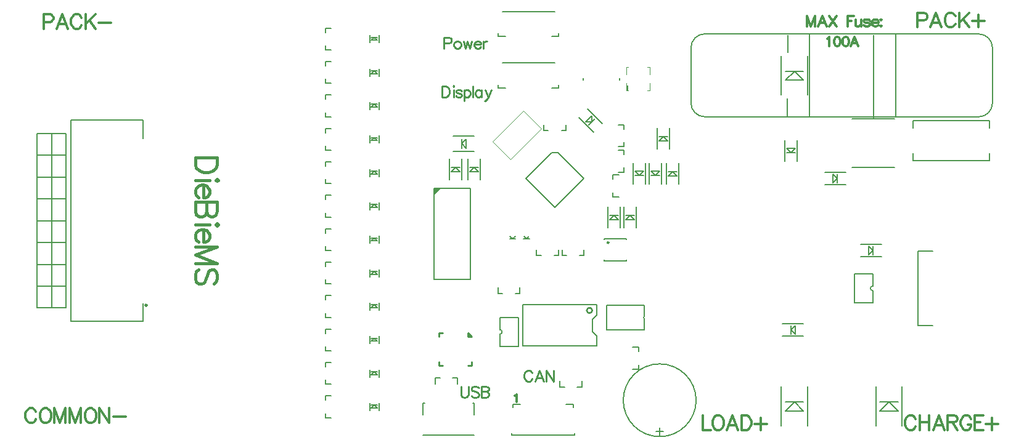
<source format=gto>
G04 Layer_Color=65535*
%FSAX24Y24*%
%MOIN*%
G70*
G01*
G75*
%ADD74C,0.0079*%
%ADD75C,0.0157*%
%ADD77C,0.0118*%
%ADD96C,0.0079*%
%ADD97C,0.0100*%
%ADD98C,0.0059*%
%ADD99C,0.0110*%
%ADD100C,0.0039*%
G36*
X279173Y190394D02*
Y190709D01*
X279488D01*
X279173Y190394D01*
D02*
G37*
D74*
X293032Y195354D02*
G03*
X293779Y194606I000744J-000004D01*
G01*
X308583D02*
G03*
X309331Y195354I000004J000744D01*
G01*
X309331Y198347D02*
G03*
X308583Y199094I-000744J000004D01*
G01*
X293779Y199094D02*
G03*
X293032Y198346I-000004J-000744D01*
G01*
X302862Y185440D02*
G03*
X302862Y185190I000000J-000125D01*
G01*
X282689Y182828D02*
G03*
X282689Y183078I000000J000125D01*
G01*
X293307Y179252D02*
G03*
X293307Y179252I-001969J000000D01*
G01*
X301748Y194514D02*
X304032D01*
X301748Y191864D02*
X304032D01*
X257677Y193701D02*
X259252D01*
Y184252D02*
Y193701D01*
X257677Y184252D02*
X259252D01*
X257677D02*
Y193701D01*
Y185433D02*
X259252D01*
X257677Y186614D02*
X259252D01*
X257677Y187795D02*
X259252D01*
X257677Y188976D02*
X259252D01*
X257677Y190157D02*
X259252D01*
X257677Y191339D02*
X259252D01*
X257677Y192520D02*
X259252D01*
X258465Y184252D02*
Y193701D01*
X297677Y194606D02*
X308583D01*
X293779D02*
X297677D01*
X293032Y195354D02*
Y198346D01*
X309331Y195354D02*
Y198346D01*
X293779Y199094D02*
X308583D01*
X298268Y198110D02*
Y199016D01*
X298228Y194606D02*
Y195591D01*
X304094Y194606D02*
Y199094D01*
X302913Y194528D02*
Y199016D01*
X299449Y194606D02*
Y199094D01*
X285945Y179961D02*
X286201D01*
X286870D02*
X287126D01*
X285945D02*
Y180295D01*
X287126Y179961D02*
Y180295D01*
X301862Y186102D02*
X302862D01*
X301862Y184528D02*
Y186102D01*
Y184528D02*
X302862D01*
Y185190D01*
Y185440D02*
Y186102D01*
X280138Y180472D02*
X280394D01*
X279213D02*
X279468D01*
X280394Y180138D02*
Y180472D01*
X279213Y180138D02*
Y180472D01*
X283996Y188130D02*
X284134Y187992D01*
X284272Y188130D01*
X283976Y187992D02*
X284291D01*
X302862Y187126D02*
Y187598D01*
X302626D02*
X302862Y187362D01*
X302626Y187126D02*
X302862Y187362D01*
X302626Y187126D02*
Y187598D01*
X302193Y187028D02*
X303327D01*
X302193Y187697D02*
X303327D01*
X282689Y182165D02*
X283689D01*
Y183740D01*
X282689D02*
X283689D01*
X282689Y183078D02*
Y183740D01*
Y182165D02*
Y182828D01*
X305315Y187323D02*
X306102D01*
X305315Y183307D02*
Y187323D01*
Y183307D02*
X306102D01*
X303032Y177874D02*
Y180000D01*
X304449Y177874D02*
Y180000D01*
X303248Y178669D02*
X304232D01*
X303740Y179161D02*
X304232Y178669D01*
X303248D02*
X303740Y179161D01*
X303248D02*
X304232D01*
X297913Y177874D02*
Y180000D01*
X299331Y177874D02*
Y180000D01*
X298130Y178669D02*
X299114D01*
X298622Y179161D02*
X299114Y178669D01*
X298130D02*
X298622Y179161D01*
X298130D02*
X299114D01*
X300933Y191024D02*
Y191496D01*
X300697D02*
X300933Y191260D01*
X300697Y191024D02*
X300933Y191260D01*
X300697Y191024D02*
Y191496D01*
X300264Y190925D02*
X301398D01*
X300264Y191594D02*
X301398D01*
X287507Y194167D02*
X287841Y194501D01*
X287674Y194334D02*
Y194668D01*
X287340Y194334D02*
X287674D01*
X287340D02*
X287674Y194668D01*
X286964Y194571D02*
X287765Y193769D01*
X287437Y195044D02*
X288239Y194242D01*
X298189Y192650D02*
X298661D01*
X298425Y192650D02*
X298661Y192886D01*
X298189D02*
X298425Y192650D01*
X298189Y192886D02*
X298661D01*
X298091Y192185D02*
Y193319D01*
X298760Y192185D02*
Y193319D01*
X290000Y191429D02*
X290472D01*
X290236Y191429D02*
X290472Y191665D01*
X290000D02*
X290236Y191429D01*
X290000Y191665D02*
X290472D01*
X289902Y190965D02*
Y192098D01*
X290571Y190965D02*
Y192098D01*
X291299Y193531D02*
X291772D01*
X291299Y193295D02*
X291535Y193531D01*
X291772Y193295D01*
X291299D02*
X291772D01*
X291870Y192862D02*
Y193996D01*
X291201Y192862D02*
Y193996D01*
X289488Y189280D02*
X289961D01*
X289488Y189043D02*
X289724Y189280D01*
X289961Y189043D01*
X289488D02*
X289961D01*
X290059Y188610D02*
Y189744D01*
X289390Y188610D02*
Y189744D01*
X291811Y191642D02*
X292283D01*
X291811Y191406D02*
X292047Y191642D01*
X292283Y191406D01*
X291811D02*
X292283D01*
X292382Y190972D02*
Y192106D01*
X291713Y190972D02*
Y192106D01*
X298437Y182835D02*
Y183307D01*
X298437Y183071D02*
X298673Y182835D01*
X298437Y183071D02*
X298673Y183307D01*
Y182835D02*
Y183307D01*
X297972Y183406D02*
X299106D01*
X297972Y182736D02*
X299106D01*
X288622Y189280D02*
X289094D01*
X288622Y189043D02*
X288858Y189280D01*
X289094Y189043D01*
X288622D02*
X289094D01*
X289193Y188610D02*
Y189744D01*
X288524Y188610D02*
Y189744D01*
X290866Y191429D02*
X291339D01*
X291102Y191429D02*
X291339Y191665D01*
X290866D02*
X291102Y191429D01*
X290866Y191665D02*
X291339D01*
X290768Y190965D02*
Y192098D01*
X291437Y190965D02*
Y192098D01*
X280177Y192736D02*
X281311D01*
X280177Y193563D02*
X281311D01*
X280878Y192913D02*
Y193386D01*
X280642Y193150D02*
X280878Y193386D01*
X280642Y193150D02*
X280878Y192913D01*
X280642D02*
Y193386D01*
X281063Y191878D02*
X281535D01*
X281063Y191642D02*
X281299Y191878D01*
X281535Y191642D01*
X281063D02*
X281535D01*
X281634Y191209D02*
Y192343D01*
X280965Y191209D02*
Y192343D01*
X280079Y191878D02*
X280551D01*
X280079Y191642D02*
X280315Y191878D01*
X280551Y191642D01*
X280079D02*
X280551D01*
X280650Y191209D02*
Y192343D01*
X279980Y191209D02*
Y192343D01*
X275748Y178835D02*
X276063D01*
X275748D02*
X275906Y178992D01*
X276063Y178835D01*
X275728Y178992D02*
X276083D01*
X275657Y178701D02*
Y179094D01*
X276154Y178701D02*
Y179094D01*
X275748Y180646D02*
X276063D01*
X275748D02*
X275906Y180803D01*
X276063Y180646D01*
X275728Y180803D02*
X276083D01*
X275657Y180512D02*
Y180906D01*
X276154Y180512D02*
Y180906D01*
X275748Y182457D02*
X276063D01*
X275748D02*
X275906Y182614D01*
X276063Y182457D01*
X275728Y182614D02*
X276083D01*
X275657Y182323D02*
Y182717D01*
X276154Y182323D02*
Y182717D01*
X275748Y184268D02*
X276063D01*
X275748D02*
X275906Y184425D01*
X276063Y184268D01*
X275728Y184425D02*
X276083D01*
X275657Y184134D02*
Y184528D01*
X276154Y184134D02*
Y184528D01*
X275748Y186079D02*
X276063D01*
X275748D02*
X275906Y186236D01*
X276063Y186079D01*
X275728Y186236D02*
X276083D01*
X275657Y185945D02*
Y186339D01*
X276154Y185945D02*
Y186339D01*
X275748Y187890D02*
X276063D01*
X275748D02*
X275906Y188047D01*
X276063Y187890D01*
X275728Y188047D02*
X276083D01*
X275657Y187756D02*
Y188150D01*
X276154Y187756D02*
Y188150D01*
X275748Y189701D02*
X276063D01*
X275748D02*
X275906Y189858D01*
X276063Y189701D01*
X275728Y189858D02*
X276083D01*
X275657Y189567D02*
Y189961D01*
X276154Y189567D02*
Y189961D01*
X275748Y191512D02*
X276063D01*
X275748D02*
X275906Y191669D01*
X276063Y191512D01*
X275728Y191669D02*
X276083D01*
X275657Y191378D02*
Y191772D01*
X276154Y191378D02*
Y191772D01*
X275748Y193323D02*
X276063D01*
X275748D02*
X275906Y193480D01*
X276063Y193323D01*
X275728Y193480D02*
X276083D01*
X275657Y193189D02*
Y193583D01*
X276154Y193189D02*
Y193583D01*
X275748Y195134D02*
X276063D01*
X275748D02*
X275906Y195291D01*
X276063Y195134D01*
X275728Y195291D02*
X276083D01*
X275657Y195000D02*
Y195394D01*
X276154Y195000D02*
Y195394D01*
X275748Y196945D02*
X276063D01*
X275748D02*
X275906Y197102D01*
X276063Y196945D01*
X275728Y197102D02*
X276083D01*
X275657Y196811D02*
Y197205D01*
X276154Y196811D02*
Y197205D01*
X275748Y198756D02*
X276063D01*
X275748D02*
X275906Y198913D01*
X276063Y198756D01*
X275728Y198913D02*
X276083D01*
X275657Y198622D02*
Y199016D01*
X276154Y198622D02*
Y199016D01*
X283248Y188130D02*
X283386Y187992D01*
X283524Y188130D01*
X283228Y187992D02*
X283543D01*
X297913Y195787D02*
Y197913D01*
X299331Y195787D02*
Y197913D01*
X298130Y196583D02*
X299114D01*
X298622Y197075D02*
X299114Y196583D01*
X298130D02*
X298622Y197075D01*
X298130D02*
X299114D01*
X285504Y192670D02*
X285835D01*
X287245Y191260D01*
X285669Y189684D02*
X287245Y191260D01*
X284094D02*
X285669Y189684D01*
X284094Y191260D02*
X285504Y192670D01*
X283925Y184429D02*
X287925D01*
X283925Y182185D02*
Y184429D01*
Y182185D02*
X287925D01*
X287701Y182970D02*
Y183644D01*
X287925Y183868D01*
Y184429D01*
X287701Y182970D02*
X287925Y182746D01*
Y182185D02*
Y182746D01*
X289528Y186811D02*
Y186850D01*
X288346Y186811D02*
X289528D01*
X288346D02*
Y186850D01*
X289528Y187953D02*
Y187992D01*
X288346D02*
X289528D01*
X288346Y187953D02*
Y187992D01*
X278543Y177362D02*
X281299D01*
Y178465D02*
Y179094D01*
X281220D02*
X281299D01*
X278543D02*
X278622D01*
X278543Y178465D02*
Y179094D01*
X283406Y178858D02*
Y179016D01*
X283799D01*
X286673Y178858D02*
Y179016D01*
X286280D02*
X286673D01*
X283346Y177362D02*
Y177480D01*
Y177362D02*
X286732D01*
Y177480D01*
X259492Y183524D02*
X263390D01*
X259492D02*
Y194429D01*
X263390D01*
Y183524D02*
Y184508D01*
Y193445D02*
Y194429D01*
X285886Y196181D02*
Y196339D01*
X285492Y196181D02*
X285886D01*
X282618D02*
Y196339D01*
Y196181D02*
X283012D01*
X282835Y197520D02*
X285669D01*
X285886Y198976D02*
Y199134D01*
X285492Y198976D02*
X285886D01*
X282618D02*
Y199134D01*
Y198976D02*
X283012D01*
X282835Y200315D02*
X285669D01*
X289173Y196594D02*
Y196713D01*
X287205Y196594D02*
Y196713D01*
X273268Y179252D02*
Y179488D01*
Y178307D02*
Y178543D01*
Y179488D02*
X273583D01*
X273268Y178307D02*
X273583D01*
X273268Y181063D02*
Y181299D01*
Y180118D02*
Y180354D01*
Y181299D02*
X273583D01*
X273268Y180118D02*
X273583D01*
X273268Y182874D02*
Y183110D01*
Y181929D02*
Y182165D01*
Y183110D02*
X273583D01*
X273268Y181929D02*
X273583D01*
X273268Y184685D02*
Y184921D01*
Y183740D02*
Y183976D01*
Y184921D02*
X273583D01*
X273268Y183740D02*
X273583D01*
X273268Y186496D02*
Y186732D01*
Y185551D02*
Y185787D01*
Y186732D02*
X273583D01*
X273268Y185551D02*
X273583D01*
X273268Y188307D02*
Y188543D01*
Y187362D02*
Y187598D01*
Y188543D02*
X273583D01*
X273268Y187362D02*
X273583D01*
X273268Y190118D02*
Y190354D01*
Y189173D02*
Y189409D01*
Y190354D02*
X273583D01*
X273268Y189173D02*
X273583D01*
X273268Y191929D02*
Y192165D01*
Y190984D02*
Y191220D01*
Y192165D02*
X273583D01*
X273268Y190984D02*
X273583D01*
X273268Y193740D02*
Y193976D01*
Y192795D02*
Y193032D01*
Y193976D02*
X273583D01*
X273268Y192795D02*
X273583D01*
X273268Y195551D02*
Y195787D01*
Y194606D02*
Y194843D01*
Y195787D02*
X273583D01*
X273268Y194606D02*
X273583D01*
X273268Y197362D02*
Y197598D01*
Y196417D02*
Y196654D01*
Y197598D02*
X273583D01*
X273268Y196417D02*
X273583D01*
X273268Y199173D02*
Y199409D01*
Y198228D02*
Y198465D01*
Y199409D02*
X273583D01*
X273268Y198228D02*
X273583D01*
X289409Y192992D02*
Y193228D01*
Y193937D02*
Y194173D01*
X289094Y192992D02*
X289409D01*
X289094Y194173D02*
X289409D01*
Y191614D02*
Y191850D01*
Y192559D02*
Y192795D01*
X289094Y191614D02*
X289409D01*
X289094Y192795D02*
X289409D01*
X285079Y193858D02*
X285315D01*
X286024D02*
X286260D01*
X285079D02*
Y194173D01*
X286260Y193858D02*
Y194173D01*
X288819Y191220D02*
Y191457D01*
Y190276D02*
Y190512D01*
Y191457D02*
X289134D01*
X288819Y190276D02*
X289134D01*
X282598Y185039D02*
X282835D01*
X283543D02*
X283780D01*
X282598D02*
Y185354D01*
X283780Y185039D02*
Y185354D01*
X290197Y180945D02*
Y181181D01*
Y181890D02*
Y182126D01*
X289882Y180945D02*
X290197D01*
X289882Y182126D02*
X290197D01*
X284685Y187087D02*
X284921D01*
X285630D02*
X285866D01*
X284685D02*
Y187402D01*
X285866Y187087D02*
Y187402D01*
X286063Y187087D02*
X286299D01*
X287008D02*
X287244D01*
X286063D02*
Y187402D01*
X287244Y187087D02*
Y187402D01*
X309154Y192224D02*
Y192618D01*
X305020Y192224D02*
X309154D01*
X305020D02*
Y192618D01*
Y193996D02*
Y194390D01*
X309154Y193996D02*
Y194390D01*
X305020D02*
X309154D01*
X281102Y185807D02*
Y190728D01*
X279134Y185807D02*
X281102D01*
X279134D02*
Y190728D01*
X280443D01*
X280433D02*
X281102D01*
X291339Y177382D02*
Y177776D01*
X291142Y177579D02*
X291535D01*
D75*
X267401Y192402D02*
X266220D01*
X267401D02*
Y192008D01*
X267345Y191839D01*
X267233Y191727D01*
X267120Y191671D01*
X266951Y191614D01*
X266670D01*
X266502Y191671D01*
X266389Y191727D01*
X266277Y191839D01*
X266220Y192008D01*
Y192402D01*
X267401Y191238D02*
X267345Y191181D01*
X267401Y191125D01*
X267458Y191181D01*
X267401Y191238D01*
X267008Y191181D02*
X266220D01*
X266670Y190917D02*
Y190242D01*
X266783D01*
X266895Y190299D01*
X266951Y190355D01*
X267008Y190467D01*
Y190636D01*
X266951Y190748D01*
X266839Y190861D01*
X266670Y190917D01*
X266558D01*
X266389Y190861D01*
X266277Y190748D01*
X266220Y190636D01*
Y190467D01*
X266277Y190355D01*
X266389Y190242D01*
X267401Y189989D02*
X266220D01*
X267401D02*
Y189483D01*
X267345Y189314D01*
X267289Y189258D01*
X267176Y189202D01*
X267064D01*
X266951Y189258D01*
X266895Y189314D01*
X266839Y189483D01*
Y189989D02*
Y189483D01*
X266783Y189314D01*
X266727Y189258D01*
X266614Y189202D01*
X266445D01*
X266333Y189258D01*
X266277Y189314D01*
X266220Y189483D01*
Y189989D01*
X267401Y188825D02*
X267345Y188769D01*
X267401Y188713D01*
X267458Y188769D01*
X267401Y188825D01*
X267008Y188769D02*
X266220D01*
X266670Y188505D02*
Y187830D01*
X266783D01*
X266895Y187886D01*
X266951Y187942D01*
X267008Y188055D01*
Y188224D01*
X266951Y188336D01*
X266839Y188449D01*
X266670Y188505D01*
X266558D01*
X266389Y188449D01*
X266277Y188336D01*
X266220Y188224D01*
Y188055D01*
X266277Y187942D01*
X266389Y187830D01*
X267401Y187577D02*
X266220D01*
X267401D02*
X266220Y187127D01*
X267401Y186677D02*
X266220Y187127D01*
X267401Y186677D02*
X266220D01*
X267233Y185553D02*
X267345Y185665D01*
X267401Y185834D01*
Y186059D01*
X267345Y186227D01*
X267233Y186340D01*
X267120D01*
X267008Y186284D01*
X266951Y186227D01*
X266895Y186115D01*
X266783Y185778D01*
X266727Y185665D01*
X266670Y185609D01*
X266558Y185553D01*
X266389D01*
X266277Y185665D01*
X266220Y185834D01*
Y186059D01*
X266277Y186227D01*
X266389Y186340D01*
D77*
X283504Y179492D02*
X283541Y179511D01*
X283598Y179567D01*
Y179173D01*
X305169Y178238D02*
X305131Y178313D01*
X305056Y178388D01*
X304981Y178425D01*
X304831D01*
X304756Y178388D01*
X304681Y178313D01*
X304644Y178238D01*
X304606Y178125D01*
Y177938D01*
X304644Y177825D01*
X304681Y177750D01*
X304756Y177675D01*
X304831Y177638D01*
X304981D01*
X305056Y177675D01*
X305131Y177750D01*
X305169Y177825D01*
X305390Y178425D02*
Y177638D01*
X305915Y178425D02*
Y177638D01*
X305390Y178050D02*
X305915D01*
X306732Y177638D02*
X306432Y178425D01*
X306132Y177638D01*
X306244Y177900D02*
X306619D01*
X306916Y178425D02*
Y177638D01*
Y178425D02*
X307253D01*
X307365Y178388D01*
X307403Y178350D01*
X307440Y178275D01*
Y178200D01*
X307403Y178125D01*
X307365Y178088D01*
X307253Y178050D01*
X306916D01*
X307178D02*
X307440Y177638D01*
X308179Y178238D02*
X308141Y178313D01*
X308066Y178388D01*
X307991Y178425D01*
X307841D01*
X307766Y178388D01*
X307692Y178313D01*
X307654Y178238D01*
X307617Y178125D01*
Y177938D01*
X307654Y177825D01*
X307692Y177750D01*
X307766Y177675D01*
X307841Y177638D01*
X307991D01*
X308066Y177675D01*
X308141Y177750D01*
X308179Y177825D01*
Y177938D01*
X307991D02*
X308179D01*
X308846Y178425D02*
X308359D01*
Y177638D01*
X308846D01*
X308359Y178050D02*
X308659D01*
X309315Y178313D02*
Y177638D01*
X308977Y177975D02*
X309652D01*
X293661Y178425D02*
Y177638D01*
X294111D01*
X294422Y178425D02*
X294347Y178388D01*
X294272Y178313D01*
X294235Y178238D01*
X294197Y178125D01*
Y177938D01*
X294235Y177825D01*
X294272Y177750D01*
X294347Y177675D01*
X294422Y177638D01*
X294572D01*
X294647Y177675D01*
X294722Y177750D01*
X294760Y177825D01*
X294797Y177938D01*
Y178125D01*
X294760Y178238D01*
X294722Y178313D01*
X294647Y178388D01*
X294572Y178425D01*
X294422D01*
X295581Y177638D02*
X295281Y178425D01*
X294981Y177638D01*
X295093Y177900D02*
X295468D01*
X295764Y178425D02*
Y177638D01*
Y178425D02*
X296027D01*
X296139Y178388D01*
X296214Y178313D01*
X296252Y178238D01*
X296289Y178125D01*
Y177938D01*
X296252Y177825D01*
X296214Y177750D01*
X296139Y177675D01*
X296027Y177638D01*
X295764D01*
X296803Y178313D02*
Y177638D01*
X296465Y177975D02*
X297140D01*
X257610Y178631D02*
X257572Y178706D01*
X257497Y178781D01*
X257422Y178819D01*
X257272D01*
X257197Y178781D01*
X257122Y178706D01*
X257085Y178631D01*
X257047Y178519D01*
Y178331D01*
X257085Y178219D01*
X257122Y178144D01*
X257197Y178069D01*
X257272Y178032D01*
X257422D01*
X257497Y178069D01*
X257572Y178144D01*
X257610Y178219D01*
X258056Y178819D02*
X257981Y178781D01*
X257906Y178706D01*
X257868Y178631D01*
X257831Y178519D01*
Y178331D01*
X257868Y178219D01*
X257906Y178144D01*
X257981Y178069D01*
X258056Y178032D01*
X258206D01*
X258281Y178069D01*
X258356Y178144D01*
X258393Y178219D01*
X258431Y178331D01*
Y178519D01*
X258393Y178631D01*
X258356Y178706D01*
X258281Y178781D01*
X258206Y178819D01*
X258056D01*
X258614D02*
Y178032D01*
Y178819D02*
X258914Y178032D01*
X259214Y178819D02*
X258914Y178032D01*
X259214Y178819D02*
Y178032D01*
X259439Y178819D02*
Y178032D01*
Y178819D02*
X259739Y178032D01*
X260039Y178819D02*
X259739Y178032D01*
X260039Y178819D02*
Y178032D01*
X260489Y178819D02*
X260414Y178781D01*
X260339Y178706D01*
X260301Y178631D01*
X260264Y178519D01*
Y178331D01*
X260301Y178219D01*
X260339Y178144D01*
X260414Y178069D01*
X260489Y178032D01*
X260639D01*
X260714Y178069D01*
X260788Y178144D01*
X260826Y178219D01*
X260863Y178331D01*
Y178519D01*
X260826Y178631D01*
X260788Y178706D01*
X260714Y178781D01*
X260639Y178819D01*
X260489D01*
X261047D02*
Y178032D01*
Y178819D02*
X261572Y178032D01*
Y178819D02*
Y178032D01*
X261789Y178369D02*
X262464D01*
X305276Y199824D02*
X305613D01*
X305725Y199861D01*
X305763Y199899D01*
X305800Y199974D01*
Y200086D01*
X305763Y200161D01*
X305725Y200199D01*
X305613Y200236D01*
X305276D01*
Y199449D01*
X306576D02*
X306276Y200236D01*
X305977Y199449D01*
X306089Y199711D02*
X306464D01*
X307322Y200049D02*
X307285Y200124D01*
X307210Y200199D01*
X307135Y200236D01*
X306985D01*
X306910Y200199D01*
X306835Y200124D01*
X306798Y200049D01*
X306760Y199936D01*
Y199749D01*
X306798Y199636D01*
X306835Y199561D01*
X306910Y199486D01*
X306985Y199449D01*
X307135D01*
X307210Y199486D01*
X307285Y199561D01*
X307322Y199636D01*
X307544Y200236D02*
Y199449D01*
X308068Y200236D02*
X307544Y199711D01*
X307731Y199899D02*
X308068Y199449D01*
X308582Y200124D02*
Y199449D01*
X308245Y199786D02*
X308919D01*
X258032Y199745D02*
X258369D01*
X258481Y199782D01*
X258519Y199820D01*
X258556Y199895D01*
Y200007D01*
X258519Y200082D01*
X258481Y200120D01*
X258369Y200157D01*
X258032D01*
Y199370D01*
X259332D02*
X259032Y200157D01*
X258733Y199370D01*
X258845Y199632D02*
X259220D01*
X260078Y199970D02*
X260041Y200045D01*
X259966Y200120D01*
X259891Y200157D01*
X259741D01*
X259666Y200120D01*
X259591Y200045D01*
X259553Y199970D01*
X259516Y199857D01*
Y199670D01*
X259553Y199558D01*
X259591Y199483D01*
X259666Y199408D01*
X259741Y199370D01*
X259891D01*
X259966Y199408D01*
X260041Y199483D01*
X260078Y199558D01*
X260299Y200157D02*
Y199370D01*
X260824Y200157D02*
X260299Y199632D01*
X260487Y199820D02*
X260824Y199370D01*
X261000Y199707D02*
X261675D01*
X299291Y200079D02*
Y199488D01*
Y200079D02*
X299516Y199488D01*
X299741Y200079D02*
X299516Y199488D01*
X299741Y200079D02*
Y199488D01*
X300360D02*
X300135Y200079D01*
X299910Y199488D01*
X299994Y199685D02*
X300275D01*
X300497Y200079D02*
X300891Y199488D01*
Y200079D02*
X300497Y199488D01*
X301487Y200079D02*
Y199488D01*
Y200079D02*
X301853D01*
X301487Y199797D02*
X301712D01*
X301920Y199882D02*
Y199601D01*
X301948Y199516D01*
X302004Y199488D01*
X302089D01*
X302145Y199516D01*
X302229Y199601D01*
Y199882D02*
Y199488D01*
X302693Y199797D02*
X302665Y199854D01*
X302581Y199882D01*
X302496D01*
X302412Y199854D01*
X302384Y199797D01*
X302412Y199741D01*
X302468Y199713D01*
X302609Y199685D01*
X302665Y199657D01*
X302693Y199601D01*
Y199573D01*
X302665Y199516D01*
X302581Y199488D01*
X302496D01*
X302412Y199516D01*
X302384Y199573D01*
X302817Y199713D02*
X303154D01*
Y199769D01*
X303126Y199826D01*
X303098Y199854D01*
X303042Y199882D01*
X302958D01*
X302901Y199854D01*
X302845Y199797D01*
X302817Y199713D01*
Y199657D01*
X302845Y199573D01*
X302901Y199516D01*
X302958Y199488D01*
X303042D01*
X303098Y199516D01*
X303154Y199573D01*
X303309Y199882D02*
X303281Y199854D01*
X303309Y199826D01*
X303337Y199854D01*
X303309Y199882D01*
Y199544D02*
X303281Y199516D01*
X303309Y199488D01*
X303337Y199516D01*
X303309Y199544D01*
X300394Y198839D02*
X300442Y198864D01*
X300516Y198937D01*
Y198425D01*
X300915Y198937D02*
X300842Y198913D01*
X300793Y198839D01*
X300769Y198718D01*
Y198645D01*
X300793Y198523D01*
X300842Y198450D01*
X300915Y198425D01*
X300964D01*
X301037Y198450D01*
X301086Y198523D01*
X301110Y198645D01*
Y198718D01*
X301086Y198839D01*
X301037Y198913D01*
X300964Y198937D01*
X300915D01*
X301371D02*
X301298Y198913D01*
X301249Y198839D01*
X301225Y198718D01*
Y198645D01*
X301249Y198523D01*
X301298Y198450D01*
X301371Y198425D01*
X301420D01*
X301493Y198450D01*
X301541Y198523D01*
X301566Y198645D01*
Y198718D01*
X301541Y198839D01*
X301493Y198913D01*
X301420Y198937D01*
X301371D01*
X302070Y198425D02*
X301875Y198937D01*
X301680Y198425D01*
X301753Y198596D02*
X301997D01*
D96*
X293779Y199094D02*
D03*
D97*
X287685Y184118D02*
G03*
X287685Y184118I-000142J000000D01*
G01*
X288583Y187795D02*
G03*
X288583Y187795I-000039J000000D01*
G01*
X280965Y182697D02*
Y182894D01*
X281161Y182697D01*
X280965D02*
X281161D01*
Y181122D02*
Y181319D01*
X280965Y181122D02*
X281161D01*
X279390D02*
X279587D01*
X279390D02*
Y181319D01*
Y182697D02*
Y182894D01*
X279587D01*
X280591Y180009D02*
Y179581D01*
X280619Y179495D01*
X280676Y179438D01*
X280762Y179409D01*
X280819D01*
X280905Y179438D01*
X280962Y179495D01*
X280990Y179581D01*
Y180009D01*
X281556Y179924D02*
X281499Y179981D01*
X281413Y180009D01*
X281299D01*
X281213Y179981D01*
X281156Y179924D01*
Y179866D01*
X281185Y179809D01*
X281213Y179781D01*
X281270Y179752D01*
X281442Y179695D01*
X281499Y179667D01*
X281527Y179638D01*
X281556Y179581D01*
Y179495D01*
X281499Y179438D01*
X281413Y179409D01*
X281299D01*
X281213Y179438D01*
X281156Y179495D01*
X281690Y180009D02*
Y179409D01*
Y180009D02*
X281947D01*
X282033Y179981D01*
X282062Y179952D01*
X282090Y179895D01*
Y179838D01*
X282062Y179781D01*
X282033Y179752D01*
X281947Y179724D01*
X281690D02*
X281947D01*
X282033Y179695D01*
X282062Y179667D01*
X282090Y179609D01*
Y179524D01*
X282062Y179467D01*
X282033Y179438D01*
X281947Y179409D01*
X281690D01*
X284444Y180733D02*
X284416Y180790D01*
X284359Y180847D01*
X284301Y180875D01*
X284187D01*
X284130Y180847D01*
X284073Y180790D01*
X284044Y180733D01*
X284016Y180647D01*
Y180504D01*
X284044Y180418D01*
X284073Y180361D01*
X284130Y180304D01*
X284187Y180276D01*
X284301D01*
X284359Y180304D01*
X284416Y180361D01*
X284444Y180418D01*
X285070Y180276D02*
X284841Y180875D01*
X284613Y180276D01*
X284698Y180476D02*
X284984D01*
X285210Y180875D02*
Y180276D01*
Y180875D02*
X285610Y180276D01*
Y180875D02*
Y180276D01*
X279567Y196269D02*
Y195669D01*
Y196269D02*
X279767D01*
X279853Y196241D01*
X279910Y196183D01*
X279938Y196126D01*
X279967Y196041D01*
Y195898D01*
X279938Y195812D01*
X279910Y195755D01*
X279853Y195698D01*
X279767Y195669D01*
X279567D01*
X280158Y196269D02*
X280187Y196241D01*
X280215Y196269D01*
X280187Y196298D01*
X280158Y196269D01*
X280187Y196069D02*
Y195669D01*
X280635Y195984D02*
X280607Y196041D01*
X280521Y196069D01*
X280435D01*
X280350Y196041D01*
X280321Y195984D01*
X280350Y195926D01*
X280407Y195898D01*
X280550Y195869D01*
X280607Y195841D01*
X280635Y195784D01*
Y195755D01*
X280607Y195698D01*
X280521Y195669D01*
X280435D01*
X280350Y195698D01*
X280321Y195755D01*
X280761Y196069D02*
Y195469D01*
Y195984D02*
X280818Y196041D01*
X280875Y196069D01*
X280961D01*
X281018Y196041D01*
X281075Y195984D01*
X281104Y195898D01*
Y195841D01*
X281075Y195755D01*
X281018Y195698D01*
X280961Y195669D01*
X280875D01*
X280818Y195698D01*
X280761Y195755D01*
X281232Y196269D02*
Y195669D01*
X281701Y196069D02*
Y195669D01*
Y195984D02*
X281644Y196041D01*
X281586Y196069D01*
X281501D01*
X281444Y196041D01*
X281387Y195984D01*
X281358Y195898D01*
Y195841D01*
X281387Y195755D01*
X281444Y195698D01*
X281501Y195669D01*
X281586D01*
X281644Y195698D01*
X281701Y195755D01*
X281889Y196069D02*
X282061Y195669D01*
X282232Y196069D02*
X282061Y195669D01*
X282004Y195555D01*
X281946Y195498D01*
X281889Y195469D01*
X281861D01*
X279685Y198593D02*
X279942D01*
X280028Y198621D01*
X280056Y198650D01*
X280085Y198707D01*
Y198793D01*
X280056Y198850D01*
X280028Y198878D01*
X279942Y198907D01*
X279685D01*
Y198307D01*
X280362Y198707D02*
X280305Y198678D01*
X280248Y198621D01*
X280219Y198536D01*
Y198478D01*
X280248Y198393D01*
X280305Y198336D01*
X280362Y198307D01*
X280448D01*
X280505Y198336D01*
X280562Y198393D01*
X280591Y198478D01*
Y198536D01*
X280562Y198621D01*
X280505Y198678D01*
X280448Y198707D01*
X280362D01*
X280722D02*
X280836Y198307D01*
X280950Y198707D02*
X280836Y198307D01*
X280950Y198707D02*
X281065Y198307D01*
X281179Y198707D02*
X281065Y198307D01*
X281319Y198536D02*
X281662D01*
Y198593D01*
X281633Y198650D01*
X281605Y198678D01*
X281548Y198707D01*
X281462D01*
X281405Y198678D01*
X281348Y198621D01*
X281319Y198536D01*
Y198478D01*
X281348Y198393D01*
X281405Y198336D01*
X281462Y198307D01*
X281548D01*
X281605Y198336D01*
X281662Y198393D01*
X281790Y198707D02*
Y198307D01*
Y198536D02*
X281819Y198621D01*
X281876Y198678D01*
X281933Y198707D01*
X282019D01*
D98*
X290512Y183804D02*
G03*
X290512Y183676I000000J-000064D01*
G01*
Y183804D02*
Y184409D01*
Y183071D02*
Y183676D01*
X288465Y183071D02*
X290512D01*
X288465D02*
Y184409D01*
X290512D01*
D99*
X263623Y184402D02*
G03*
X263623Y184402I-000056J000000D01*
G01*
D100*
X289528Y196024D02*
X289646D01*
X289528D02*
Y196417D01*
Y196890D02*
Y197283D01*
X289646D01*
X290669D02*
X290787D01*
Y196890D02*
Y197283D01*
Y196024D02*
Y196417D01*
X290669Y196024D02*
X290787D01*
X289528Y196309D02*
X289616D01*
Y196024D02*
Y196309D01*
X289587Y196024D02*
X289616D01*
X289587D02*
Y196309D01*
X289557D02*
X289587D01*
X289557Y196024D02*
Y196309D01*
X282300Y193274D02*
X283970Y194944D01*
X282300Y193274D02*
X283274Y192300D01*
X284944Y193970D01*
X283970Y194944D02*
X284944Y193970D01*
M02*

</source>
